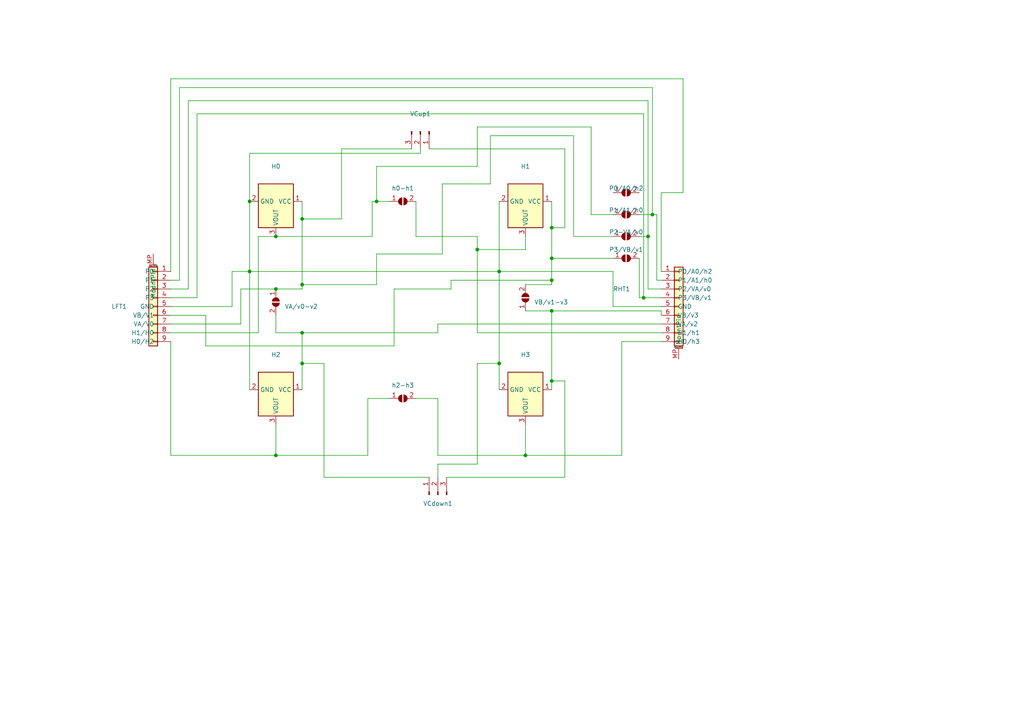
<source format=kicad_sch>
(kicad_sch (version 20211123) (generator eeschema)
  (paper "A4")
  (lib_symbols
    (symbol "Conn_01x09_MountingPin_1" (pin_names (offset 1.016))
      (property "Reference" "J2" (at -19.05 5.08 0))
      (property "Value" "Conn_01x09_MountingPin" (at 7.62 -13.97 0))
      (symbol "Conn_01x09_MountingPin_1_1_1"
        (rectangle (start -1.27 -10.033) (end 0 -10.287) (stroke (width 0.1524)))
        (rectangle (start -1.27 -7.493) (end 0 -7.747) (stroke (width 0.1524)))
        (rectangle (start -1.27 -4.953) (end 0 -5.207) (stroke (width 0.1524)))
        (rectangle (start -1.27 -2.413) (end 0 -2.667) (stroke (width 0.1524)))
        (rectangle (start -1.27 0.127) (end 0 -0.127) (stroke (width 0.1524)))
        (rectangle (start -1.27 2.667) (end 0 2.413) (stroke (width 0.1524)))
        (rectangle (start -1.27 5.207) (end 0 4.953) (stroke (width 0.1524)))
        (rectangle (start -1.27 7.747) (end 0 7.493) (stroke (width 0.1524)))
        (rectangle (start -1.27 10.287) (end 0 10.033) (stroke (width 0.1524)))
        (rectangle (start -1.27 11.43) (end 1.27 -11.43) (stroke (width 0.254)) (fill (type background)))
        (polyline (pts (xy -1.016 -12.192) (xy 1.016 -12.192)) (stroke (width 0.1524)))
        (text "Mounting" (at 0 -11.811 0) (effects (font (size 0.381 0.381))))
        (pin passive line (at -5.08 10.16 0) (length 3.81) (name "P0/A0/h2") (number "1"))
        (pin passive line (at -5.08 7.62 0) (length 3.81) (name "P1/A1/h0") (number "2"))
        (pin passive line (at -5.08 5.08 0) (length 3.81) (name "P2/VA/v0") (number "3"))
        (pin passive line (at -5.08 2.54 0) (length 3.81) (name "P3/VB/v1") (number "4"))
        (pin passive line (at -5.08 0 0) (length 3.81) (name "GND") (number "5"))
        (pin passive line (at -5.08 -2.54 0) (length 3.81) (name "VB/v3") (number "6"))
        (pin passive line (at -5.08 -5.08 0) (length 3.81) (name "VA/v2") (number "7"))
        (pin passive line (at -5.08 -7.62 0) (length 3.81) (name "H1/h1") (number "8"))
        (pin passive line (at -5.08 -10.16 0) (length 3.81) (name "H0/h3") (number "9"))
        (pin passive line (at 0 -15.24 90) (length 3.048) (name "MountPin") (number "MP"))
      )
    )
    (symbol "Connector:Conn_01x03_Male" (pin_names (offset 1.016) hide)
      (property "Reference" "J" (at 0 5.08 0))
      (property "Value" "Conn_01x03_Male" (at 0 -5.08 0))
      (symbol "Conn_01x03_Male_1_1"
        (polyline (pts (xy 1.27 -2.54) (xy 0.8636 -2.54)) (stroke (width 0.1524)))
        (polyline (pts (xy 1.27 0) (xy 0.8636 0)) (stroke (width 0.1524)))
        (polyline (pts (xy 1.27 2.54) (xy 0.8636 2.54)) (stroke (width 0.1524)))
        (rectangle (start 0.8636 -2.413) (end 0 -2.667) (stroke (width 0.1524)) (fill (type outline)))
        (rectangle (start 0.8636 0.127) (end 0 -0.127) (stroke (width 0.1524)) (fill (type outline)))
        (rectangle (start 0.8636 2.667) (end 0 2.413) (stroke (width 0.1524)) (fill (type outline)))
        (pin passive line (at 5.08 2.54 180) (length 3.81) (name "Pin_1") (number "1"))
        (pin passive line (at 5.08 0 180) (length 3.81) (name "Pin_2") (number "2"))
        (pin passive line (at 5.08 -2.54 180) (length 3.81) (name "Pin_3") (number "3"))
      )
    )
    (symbol "Connector_Generic_MountingPin:Conn_01x09_MountingPin" (pin_names (offset 1.016))
      (property "Reference" "LFT1" (at 7.62 0 0))
      (symbol "Conn_01x09_MountingPin_1_1"
        (rectangle (start -1.27 -10.033) (end 0 -10.287) (stroke (width 0.1524)))
        (rectangle (start -1.27 -7.493) (end 0 -7.747) (stroke (width 0.1524)))
        (rectangle (start -1.27 -4.953) (end 0 -5.207) (stroke (width 0.1524)))
        (rectangle (start -1.27 -2.413) (end 0 -2.667) (stroke (width 0.1524)))
        (rectangle (start -1.27 0.127) (end 0 -0.127) (stroke (width 0.1524)))
        (rectangle (start -1.27 2.667) (end 0 2.413) (stroke (width 0.1524)))
        (rectangle (start -1.27 5.207) (end 0 4.953) (stroke (width 0.1524)))
        (rectangle (start -1.27 7.747) (end 0 7.493) (stroke (width 0.1524)))
        (rectangle (start -1.27 10.287) (end 0 10.033) (stroke (width 0.1524)))
        (rectangle (start -1.27 11.43) (end 1.27 -11.43) (stroke (width 0.254)) (fill (type background)))
        (polyline (pts (xy -1.016 -12.192) (xy 1.016 -12.192)) (stroke (width 0.1524)))
        (text "Mounting" (at 0 -11.811 0) (effects (font (size 0.381 0.381))))
        (pin passive line (at -5.08 -10.16 0) (length 3.81) (name "P0") (number "1"))
        (pin passive line (at -5.08 -7.62 0) (length 3.81) (name "P1") (number "2"))
        (pin passive line (at -5.08 -5.08 0) (length 3.81) (name "P2") (number "3"))
        (pin passive line (at -5.08 -2.54 0) (length 3.81) (name "P3") (number "4"))
        (pin passive line (at -5.08 0 0) (length 3.81) (name "GND") (number "5"))
        (pin passive line (at -5.08 2.54 0) (length 3.81) (name "VB/V1") (number "6"))
        (pin passive line (at -5.08 5.08 0) (length 3.81) (name "VA/V0") (number "7"))
        (pin passive line (at -5.08 7.62 0) (length 3.81) (name "H1/H0") (number "8"))
        (pin passive line (at -5.08 10.16 0) (length 3.81) (name "H0/H2") (number "9"))
        (pin passive line (at 0 -15.24 90) (length 3.048) (name "MountPin") (number "MP"))
      )
    )
    (symbol "Jumper:SolderJumper_2_Open" (pin_names (offset 0) hide)
      (property "Reference" "JP" (at 0 2.032 0))
      (property "Value" "SolderJumper_2_Open" (at 0 -2.54 0))
      (symbol "SolderJumper_2_Open_0_1"
        (arc (start -0.254 1.016) (mid -1.27 0) (end -0.254 -1.016))
        (arc (start -0.254 1.016) (mid -1.27 0) (end -0.254 -1.016) (fill (type outline)))
        (polyline (pts (xy -0.254 1.016) (xy -0.254 -1.016)))
        (polyline (pts (xy 0.254 1.016) (xy 0.254 -1.016)))
        (arc (start 0.254 -1.016) (mid 1.27 0) (end 0.254 1.016))
        (arc (start 0.254 -1.016) (mid 1.27 0) (end 0.254 1.016) (fill (type outline)))
      )
      (symbol "SolderJumper_2_Open_1_1"
        (pin passive line (at -3.81 0 0) (length 2.54) (name "A") (number "1"))
        (pin passive line (at 3.81 0 180) (length 2.54) (name "B") (number "2"))
      )
    )
    (symbol "Sensor_Current:A1369xUA-24"
      (property "Reference" "U" (at 8.89 6.35 0))
      (property "Value" "A1369xUA-24" (at 8.89 3.81 0))
      (symbol "A1369xUA-24_0_1"
        (rectangle (start -5.08 5.08) (end 7.62 -5.08) (stroke (width 0.254)) (fill (type background)))
      )
      (symbol "A1369xUA-24_1_1"
        (pin power_in line (at 0 7.62 270) (length 2.54) (name "VCC") (number "1"))
        (pin power_in line (at 0 -7.62 90) (length 2.54) (name "GND") (number "2"))
        (pin output line (at 10.16 0 180) (length 2.54) (name "VOUT") (number "3"))
      )
    )
  )
  (junction (at 160.02 110.49))
  (junction (at 87.63 96.52))
  (junction (at 109.22 58.42))
  (junction (at 160.02 74.93))
  (junction (at 87.63 82.55))
  (junction (at 80.01 83.82))
  (junction (at 87.63 105.41))
  (junction (at 189.23 62.23))
  (junction (at 87.63 63.5))
  (junction (at 160.02 66.04))
  (junction (at 144.78 105.41))
  (junction (at 160.02 81.28))
  (junction (at 187.96 68.58))
  (junction (at 72.39 78.74))
  (junction (at 186.69 86.36))
  (junction (at 80.01 132.08))
  (junction (at 160.02 90.17))
  (junction (at 138.43 72.39))
  (junction (at 144.78 78.74))
  (junction (at 152.4 132.08))
  (junction (at 80.01 68.58))
  (junction (at 72.39 58.42))
  (wire (pts (xy 144.78 105.41) (xy 144.78 113.03)))
  (wire (pts (xy 57.15 86.36) (xy 57.15 33.02)))
  (wire (pts (xy 171.45 62.23) (xy 177.8 62.23)))
  (wire (pts (xy 93.98 138.43) (xy 93.98 105.41)))
  (wire (pts (xy 67.31 78.74) (xy 72.39 78.74)))
  (wire (pts (xy 109.22 48.26) (xy 138.43 48.26)))
  (wire (pts (xy 124.46 43.18) (xy 163.83 43.18)))
  (wire (pts (xy 166.37 39.37) (xy 166.37 68.58)))
  (wire (pts (xy 109.22 58.42) (xy 113.03 58.42)))
  (wire (pts (xy 67.31 88.9) (xy 67.31 78.74)))
  (wire (pts (xy 80.01 132.08) (xy 80.01 123.19)))
  (wire (pts (xy 152.4 123.19) (xy 152.4 132.08)))
  (wire (pts (xy 152.4 82.55) (xy 160.02 82.55)))
  (wire (pts (xy 120.65 58.42) (xy 120.65 68.58)))
  (wire (pts (xy 59.69 100.33) (xy 114.3 100.33)))
  (wire (pts (xy 87.63 105.41) (xy 87.63 113.03)))
  (wire (pts (xy 144.78 58.42) (xy 144.78 78.74)))
  (wire (pts (xy 185.42 68.58) (xy 187.96 68.58)))
  (wire (pts (xy 138.43 72.39) (xy 152.4 72.39)))
  (wire (pts (xy 190.5 81.28) (xy 190.5 62.23)))
  (wire (pts (xy 127 93.98) (xy 191.77 93.98)))
  (wire (pts (xy 49.53 99.06) (xy 49.53 132.08)))
  (wire (pts (xy 107.95 68.58) (xy 107.95 58.42)))
  (wire (pts (xy 80.01 83.82) (xy 87.63 83.82)))
  (wire (pts (xy 127 132.08) (xy 152.4 132.08)))
  (wire (pts (xy 49.53 78.74) (xy 49.53 22.86)))
  (wire (pts (xy 49.53 86.36) (xy 57.15 86.36)))
  (wire (pts (xy 142.24 39.37) (xy 166.37 39.37)))
  (wire (pts (xy 185.42 74.93) (xy 185.42 86.36)))
  (wire (pts (xy 49.53 88.9) (xy 67.31 88.9)))
  (wire (pts (xy 185.42 62.23) (xy 189.23 62.23)))
  (wire (pts (xy 160.02 58.42) (xy 160.02 66.04)))
  (wire (pts (xy 54.61 83.82) (xy 54.61 29.21)))
  (wire (pts (xy 87.63 82.55) (xy 109.22 82.55)))
  (wire (pts (xy 72.39 58.42) (xy 72.39 78.74)))
  (wire (pts (xy 80.01 68.58) (xy 107.95 68.58)))
  (wire (pts (xy 57.15 33.02) (xy 186.69 33.02)))
  (wire (pts (xy 114.3 83.82) (xy 130.81 83.82)))
  (wire (pts (xy 152.4 68.58) (xy 152.4 72.39)))
  (wire (pts (xy 87.63 82.55) (xy 87.63 83.82)))
  (wire (pts (xy 72.39 78.74) (xy 72.39 113.03)))
  (wire (pts (xy 120.65 68.58) (xy 138.43 68.58)))
  (wire (pts (xy 106.68 115.57) (xy 106.68 132.08)))
  (wire (pts (xy 186.69 33.02) (xy 186.69 86.36)))
  (wire (pts (xy 49.53 132.08) (xy 80.01 132.08)))
  (wire (pts (xy 160.02 66.04) (xy 163.83 66.04)))
  (wire (pts (xy 120.65 115.57) (xy 127 115.57)))
  (wire (pts (xy 160.02 74.93) (xy 177.8 74.93)))
  (wire (pts (xy 191.77 83.82) (xy 187.96 83.82)))
  (wire (pts (xy 180.34 99.06) (xy 191.77 99.06)))
  (wire (pts (xy 198.12 55.88) (xy 191.77 55.88)))
  (wire (pts (xy 130.81 83.82) (xy 130.81 81.28)))
  (wire (pts (xy 72.39 44.45) (xy 72.39 58.42)))
  (wire (pts (xy 189.23 25.4) (xy 189.23 62.23)))
  (wire (pts (xy 74.93 96.52) (xy 74.93 68.58)))
  (wire (pts (xy 127 115.57) (xy 127 132.08)))
  (wire (pts (xy 59.69 91.44) (xy 59.69 100.33)))
  (wire (pts (xy 87.63 96.52) (xy 127 96.52)))
  (wire (pts (xy 138.43 105.41) (xy 138.43 134.62)))
  (wire (pts (xy 171.45 36.83) (xy 171.45 62.23)))
  (wire (pts (xy 191.77 90.17) (xy 191.77 91.44)))
  (wire (pts (xy 107.95 58.42) (xy 109.22 58.42)))
  (wire (pts (xy 160.02 74.93) (xy 160.02 81.28)))
  (wire (pts (xy 142.24 53.34) (xy 142.24 39.37)))
  (wire (pts (xy 186.69 86.36) (xy 191.77 86.36)))
  (wire (pts (xy 177.8 78.74) (xy 177.8 88.9)))
  (wire (pts (xy 49.53 81.28) (xy 52.07 81.28)))
  (wire (pts (xy 124.46 138.43) (xy 93.98 138.43)))
  (wire (pts (xy 191.77 78.74) (xy 191.77 55.88)))
  (wire (pts (xy 138.43 134.62) (xy 127 134.62)))
  (wire (pts (xy 144.78 78.74) (xy 177.8 78.74)))
  (wire (pts (xy 121.92 43.18) (xy 121.92 44.45)))
  (wire (pts (xy 160.02 81.28) (xy 160.02 82.55)))
  (wire (pts (xy 49.53 96.52) (xy 74.93 96.52)))
  (wire (pts (xy 138.43 68.58) (xy 138.43 72.39)))
  (wire (pts (xy 49.53 91.44) (xy 59.69 91.44)))
  (wire (pts (xy 128.27 53.34) (xy 142.24 53.34)))
  (wire (pts (xy 144.78 78.74) (xy 144.78 105.41)))
  (wire (pts (xy 189.23 62.23) (xy 190.5 62.23)))
  (wire (pts (xy 109.22 58.42) (xy 109.22 48.26)))
  (wire (pts (xy 69.85 93.98) (xy 69.85 83.82)))
  (wire (pts (xy 160.02 110.49) (xy 160.02 113.03)))
  (wire (pts (xy 49.53 93.98) (xy 69.85 93.98)))
  (wire (pts (xy 69.85 83.82) (xy 80.01 83.82)))
  (wire (pts (xy 187.96 29.21) (xy 187.96 68.58)))
  (wire (pts (xy 80.01 91.44) (xy 80.01 96.52)))
  (wire (pts (xy 52.07 25.4) (xy 189.23 25.4)))
  (wire (pts (xy 187.96 83.82) (xy 187.96 68.58)))
  (wire (pts (xy 160.02 90.17) (xy 191.77 90.17)))
  (wire (pts (xy 138.43 96.52) (xy 191.77 96.52)))
  (wire (pts (xy 87.63 58.42) (xy 87.63 63.5)))
  (wire (pts (xy 80.01 96.52) (xy 87.63 96.52)))
  (wire (pts (xy 177.8 88.9) (xy 191.77 88.9)))
  (wire (pts (xy 114.3 100.33) (xy 114.3 83.82)))
  (wire (pts (xy 54.61 29.21) (xy 187.96 29.21)))
  (wire (pts (xy 74.93 68.58) (xy 80.01 68.58)))
  (wire (pts (xy 130.81 81.28) (xy 160.02 81.28)))
  (wire (pts (xy 49.53 22.86) (xy 198.12 22.86)))
  (wire (pts (xy 138.43 36.83) (xy 171.45 36.83)))
  (wire (pts (xy 80.01 132.08) (xy 106.68 132.08)))
  (wire (pts (xy 198.12 22.86) (xy 198.12 55.88)))
  (wire (pts (xy 109.22 82.55) (xy 109.22 73.66)))
  (wire (pts (xy 129.54 138.43) (xy 163.83 138.43)))
  (wire (pts (xy 138.43 48.26) (xy 138.43 36.83)))
  (wire (pts (xy 119.38 43.18) (xy 99.06 43.18)))
  (wire (pts (xy 152.4 132.08) (xy 180.34 132.08)))
  (wire (pts (xy 152.4 90.17) (xy 160.02 90.17)))
  (wire (pts (xy 160.02 66.04) (xy 160.02 74.93)))
  (wire (pts (xy 166.37 68.58) (xy 177.8 68.58)))
  (wire (pts (xy 127 96.52) (xy 127 93.98)))
  (wire (pts (xy 127 134.62) (xy 127 138.43)))
  (wire (pts (xy 87.63 63.5) (xy 87.63 82.55)))
  (wire (pts (xy 109.22 73.66) (xy 128.27 73.66)))
  (wire (pts (xy 191.77 81.28) (xy 190.5 81.28)))
  (wire (pts (xy 160.02 90.17) (xy 160.02 110.49)))
  (wire (pts (xy 99.06 43.18) (xy 99.06 63.5)))
  (wire (pts (xy 180.34 132.08) (xy 180.34 99.06)))
  (wire (pts (xy 49.53 83.82) (xy 54.61 83.82)))
  (wire (pts (xy 106.68 115.57) (xy 113.03 115.57)))
  (wire (pts (xy 128.27 73.66) (xy 128.27 53.34)))
  (wire (pts (xy 185.42 86.36) (xy 186.69 86.36)))
  (wire (pts (xy 87.63 105.41) (xy 93.98 105.41)))
  (wire (pts (xy 163.83 43.18) (xy 163.83 66.04)))
  (wire (pts (xy 121.92 44.45) (xy 72.39 44.45)))
  (wire (pts (xy 87.63 96.52) (xy 87.63 105.41)))
  (wire (pts (xy 72.39 78.74) (xy 144.78 78.74)))
  (wire (pts (xy 52.07 81.28) (xy 52.07 25.4)))
  (wire (pts (xy 163.83 138.43) (xy 163.83 110.49)))
  (wire (pts (xy 160.02 110.49) (xy 163.83 110.49)))
  (wire (pts (xy 138.43 72.39) (xy 138.43 96.52)))
  (wire (pts (xy 87.63 63.5) (xy 99.06 63.5)))
  (wire (pts (xy 144.78 105.41) (xy 138.43 105.41)))
  (symbol (lib_id "Sensor_Current:A1369xUA-24") (at 152.4 113.03 270) (unit 1)
    (property "Reference" "H3" (at 152.4 102.87 90))
    (property "Value" "Hall 49E" (effects hide))
    (property "Footprint" "Sensor_Current:Allegro_SIP-3" (effects hide))
    (property "Datasheet" "http://www.allegromicro.com/~/media/Files/Datasheets/A1369-Datasheet.ashx?la=en" (effects hide))
  )
  (symbol (lib_id "Jumper:SolderJumper_2_Open") (at 181.61 74.93 0) (unit 1)
    (property "Reference" "P3/VB/v1" (at 181.61 72.39 0))
    (property "Value" "SolderJumper_2_Open" (effects hide))
    (property "Footprint" "Jumper:SolderJumper-2_P1.3mm_Open_TrianglePad1.0x1.5mm" (effects hide))
  )
  (symbol (lib_id "Connector:Conn_01x03_Male") (at 127 143.51 90) (unit 1)
    (property "Reference" "VCdown1" (at 127 146.05 90))
    (property "Value" "Conn_01x03_Male" (effects hide))
    (property "Footprint" "Connector_PinHeader_2.54mm:PinHeader_1x03_P2.54mm_Vertical" (effects hide))
  )
  (symbol (lib_id "Jumper:SolderJumper_2_Open") (at 181.61 62.23 0) (unit 1)
    (property "Reference" "P1/A1/h0" (at 181.61 60.96 0))
    (property "Value" "SolderJumper_2_Open" (effects hide))
    (property "Footprint" "Jumper:SolderJumper-2_P1.3mm_Open_TrianglePad1.0x1.5mm" (effects hide))
  )
  (symbol (lib_id "Jumper:SolderJumper_2_Open") (at 181.61 68.58 0) (unit 1)
    (property "Reference" "P2-VA/v0" (at 181.61 67.31 0))
    (property "Value" "SolderJumper_2_Open" (effects hide))
    (property "Footprint" "Jumper:SolderJumper-2_P1.3mm_Open_TrianglePad1.0x1.5mm" (effects hide))
  )
  (symbol (lib_id "Jumper:SolderJumper_2_Open") (at 80.01 87.63 270) (unit 1)
    (property "Reference" "VA1" (effects hide))
    (property "Value" "VA/v0-v2" (at 82.55 88.8999 90) (effects (justify left)))
    (property "Footprint" "Jumper:SolderJumper-2_P1.3mm_Open_TrianglePad1.0x1.5mm" (effects hide))
  )
  (symbol (lib_id "Jumper:SolderJumper_2_Open") (at 116.84 115.57 0) (unit 1)
    (property "Reference" "Sdwn1" (effects hide))
    (property "Value" "h2-h3" (at 116.84 111.76 0))
    (property "Footprint" "Jumper:SolderJumper-2_P1.3mm_Open_TrianglePad1.0x1.5mm" (effects hide))
  )
  (symbol (lib_id "Connector_Generic_MountingPin:Conn_01x09_MountingPin") (at 44.45 88.9 180) (unit 1)
    (property "Reference" "LFT1" (at 36.83 88.9 0) (effects (justify left)))
    (property "Value" "Conn_01x09_MountingPin" (effects hide))
    (property "Footprint" "Connector_PinHeader_2.54mm:PinHeader_1x09_P2.54mm_Vertical" (effects hide))
  )
  (symbol (lib_id "Jumper:SolderJumper_2_Open") (at 181.61 55.88 0) (unit 1)
    (property "Reference" "P0/A0/h2" (at 181.61 54.61 0))
    (property "Value" "SolderJumper_2_Open" (effects hide))
    (property "Footprint" "Jumper:SolderJumper-2_P1.3mm_Open_TrianglePad1.0x1.5mm" (effects hide))
  )
  (symbol (lib_id "Sensor_Current:A1369xUA-24") (at 80.01 113.03 270) (unit 1)
    (property "Reference" "H2" (at 80.01 102.87 90))
    (property "Value" "Hall 49E" (effects hide))
    (property "Footprint" "Sensor_Current:Allegro_SIP-3" (effects hide))
    (property "Datasheet" "http://www.allegromicro.com/~/media/Files/Datasheets/A1369-Datasheet.ashx?la=en" (effects hide))
  )
  (symbol (lib_id "Sensor_Current:A1369xUA-24") (at 80.01 58.42 270) (unit 1)
    (property "Reference" "H0" (at 80.01 48.26 90))
    (property "Value" "Hall 49E" (effects hide))
    (property "Footprint" "Sensor_Current:Allegro_SIP-3" (effects hide))
    (property "Datasheet" "http://www.allegromicro.com/~/media/Files/Datasheets/A1369-Datasheet.ashx?la=en" (effects hide))
  )
  (symbol (lib_id "Connector:Conn_01x03_Male") (at 121.92 38.1 270) (unit 1)
    (property "Reference" "VCup1" (at 121.92 33.02 90))
    (property "Value" "Conn_01x03_Male" (effects hide))
    (property "Footprint" "Connector_PinHeader_2.54mm:PinHeader_1x03_P2.54mm_Vertical" (effects hide))
  )
  (symbol (lib_id "Jumper:SolderJumper_2_Open") (at 116.84 58.42 0) (unit 1)
    (property "Reference" "Sup1" (effects hide))
    (property "Value" "h0-h1" (at 116.84 54.61 0))
    (property "Footprint" "Jumper:SolderJumper-2_P1.3mm_Open_TrianglePad1.0x1.5mm" (effects hide))
  )
  (symbol (lib_id "Sensor_Current:A1369xUA-24") (at 152.4 58.42 270) (unit 1)
    (property "Reference" "H1" (at 152.4 48.26 90))
    (property "Value" "Hall 49E" (effects hide))
    (property "Footprint" "Sensor_Current:Allegro_SIP-3" (effects hide))
    (property "Datasheet" "http://www.allegromicro.com/~/media/Files/Datasheets/A1369-Datasheet.ashx?la=en" (effects hide))
  )
  (symbol (lib_id "Jumper:SolderJumper_2_Open") (at 152.4 86.36 90) (unit 1)
    (property "Reference" "VB1" (effects hide))
    (property "Value" "VB/v1-v3" (at 154.94 87.6299 90) (effects (justify right)))
    (property "Footprint" "Jumper:SolderJumper-2_P1.3mm_Open_TrianglePad1.0x1.5mm" (effects hide))
  )
  (symbol (lib_name "Conn_01x09_MountingPin_1") (lib_id "Connector_Generic_MountingPin:Conn_01x09_MountingPin") (at 196.85 88.9 0) (unit 1)
    (property "Reference" "RHT1" (at 177.8 83.82 0) (effects (justify left)))
    (property "Value" "Conn_01x09_MountingPin" (effects hide))
    (property "Footprint" "Connector_PinHeader_2.54mm:PinHeader_1x09_P2.54mm_Vertical" (effects hide))
  )
)
</source>
